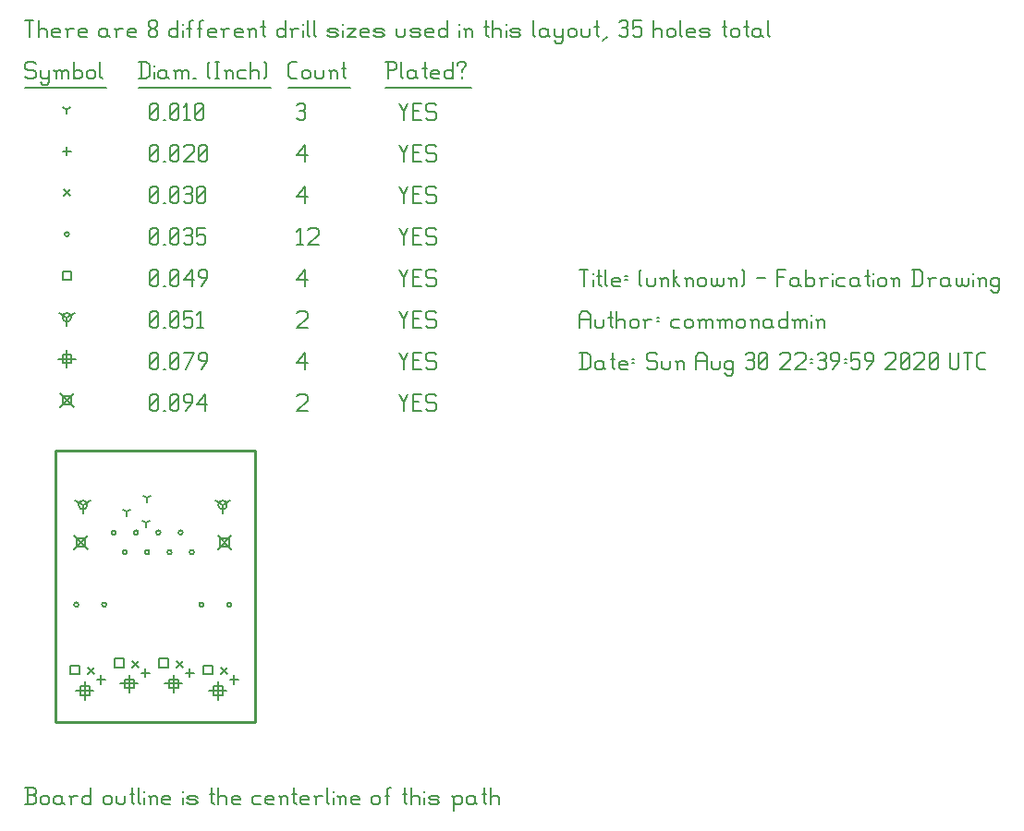
<source format=gbr>
G04 start of page 14 for group -3984 idx -3984 *
G04 Title: (unknown), fab *
G04 Creator: pcb 4.2.0 *
G04 CreationDate: Sun Aug 30 22:39:59 2020 UTC *
G04 For: commonadmin *
G04 Format: Gerber/RS-274X *
G04 PCB-Dimensions (mil): 1000.00 1250.00 *
G04 PCB-Coordinate-Origin: lower left *
%MOIN*%
%FSLAX25Y25*%
%LNFAB*%
%ADD108C,0.0100*%
%ADD107C,0.0075*%
%ADD106C,0.0060*%
%ADD105C,0.0080*%
G54D105*X17600Y87400D02*X22400Y82600D01*
X17600D02*X22400Y87400D01*
X18400Y86600D02*X21600D01*
X18400D02*Y83400D01*
X21600D01*
Y86600D02*Y83400D01*
X69569Y87400D02*X74369Y82600D01*
X69569D02*X74369Y87400D01*
X70369Y86600D02*X73569D01*
X70369D02*Y83400D01*
X73569D01*
Y86600D02*Y83400D01*
X12600Y138650D02*X17400Y133850D01*
X12600D02*X17400Y138650D01*
X13400Y137850D02*X16600D01*
X13400D02*Y134650D01*
X16600D01*
Y137850D02*Y134650D01*
G54D106*X135000Y138500D02*X136500Y135500D01*
X138000Y138500D01*
X136500Y135500D02*Y132500D01*
X139800Y135800D02*X142050D01*
X139800Y132500D02*X142800D01*
X139800Y138500D02*Y132500D01*
Y138500D02*X142800D01*
X147600D02*X148350Y137750D01*
X145350Y138500D02*X147600D01*
X144600Y137750D02*X145350Y138500D01*
X144600Y137750D02*Y136250D01*
X145350Y135500D01*
X147600D01*
X148350Y134750D01*
Y133250D01*
X147600Y132500D02*X148350Y133250D01*
X145350Y132500D02*X147600D01*
X144600Y133250D02*X145350Y132500D01*
X98000Y137750D02*X98750Y138500D01*
X101000D01*
X101750Y137750D01*
Y136250D01*
X98000Y132500D02*X101750Y136250D01*
X98000Y132500D02*X101750D01*
X45000Y133250D02*X45750Y132500D01*
X45000Y137750D02*Y133250D01*
Y137750D02*X45750Y138500D01*
X47250D01*
X48000Y137750D01*
Y133250D01*
X47250Y132500D02*X48000Y133250D01*
X45750Y132500D02*X47250D01*
X45000Y134000D02*X48000Y137000D01*
X49800Y132500D02*X50550D01*
X52350Y133250D02*X53100Y132500D01*
X52350Y137750D02*Y133250D01*
Y137750D02*X53100Y138500D01*
X54600D01*
X55350Y137750D01*
Y133250D01*
X54600Y132500D02*X55350Y133250D01*
X53100Y132500D02*X54600D01*
X52350Y134000D02*X55350Y137000D01*
X57900Y132500D02*X60150Y135500D01*
Y137750D02*Y135500D01*
X59400Y138500D02*X60150Y137750D01*
X57900Y138500D02*X59400D01*
X57150Y137750D02*X57900Y138500D01*
X57150Y137750D02*Y136250D01*
X57900Y135500D01*
X60150D01*
X61950Y134750D02*X64950Y138500D01*
X61950Y134750D02*X65700D01*
X64950Y138500D02*Y132500D01*
X53469Y37200D02*Y30800D01*
X50269Y34000D02*X56669D01*
X51869Y35600D02*X55069D01*
X51869D02*Y32400D01*
X55069D01*
Y35600D02*Y32400D01*
X69469Y34700D02*Y28300D01*
X66269Y31500D02*X72669D01*
X67869Y33100D02*X71069D01*
X67869D02*Y29900D01*
X71069D01*
Y33100D02*Y29900D01*
X37469Y37200D02*Y30800D01*
X34269Y34000D02*X40669D01*
X35869Y35600D02*X39069D01*
X35869D02*Y32400D01*
X39069D01*
Y35600D02*Y32400D01*
X21469Y34700D02*Y28300D01*
X18269Y31500D02*X24669D01*
X19869Y33100D02*X23069D01*
X19869D02*Y29900D01*
X23069D01*
Y33100D02*Y29900D01*
X15000Y154450D02*Y148050D01*
X11800Y151250D02*X18200D01*
X13400Y152850D02*X16600D01*
X13400D02*Y149650D01*
X16600D01*
Y152850D02*Y149650D01*
X135000Y153500D02*X136500Y150500D01*
X138000Y153500D01*
X136500Y150500D02*Y147500D01*
X139800Y150800D02*X142050D01*
X139800Y147500D02*X142800D01*
X139800Y153500D02*Y147500D01*
Y153500D02*X142800D01*
X147600D02*X148350Y152750D01*
X145350Y153500D02*X147600D01*
X144600Y152750D02*X145350Y153500D01*
X144600Y152750D02*Y151250D01*
X145350Y150500D01*
X147600D01*
X148350Y149750D01*
Y148250D01*
X147600Y147500D02*X148350Y148250D01*
X145350Y147500D02*X147600D01*
X144600Y148250D02*X145350Y147500D01*
X98000Y149750D02*X101000Y153500D01*
X98000Y149750D02*X101750D01*
X101000Y153500D02*Y147500D01*
X45000Y148250D02*X45750Y147500D01*
X45000Y152750D02*Y148250D01*
Y152750D02*X45750Y153500D01*
X47250D01*
X48000Y152750D01*
Y148250D01*
X47250Y147500D02*X48000Y148250D01*
X45750Y147500D02*X47250D01*
X45000Y149000D02*X48000Y152000D01*
X49800Y147500D02*X50550D01*
X52350Y148250D02*X53100Y147500D01*
X52350Y152750D02*Y148250D01*
Y152750D02*X53100Y153500D01*
X54600D01*
X55350Y152750D01*
Y148250D01*
X54600Y147500D02*X55350Y148250D01*
X53100Y147500D02*X54600D01*
X52350Y149000D02*X55350Y152000D01*
X57900Y147500D02*X60900Y153500D01*
X57150D02*X60900D01*
X63450Y147500D02*X65700Y150500D01*
Y152750D02*Y150500D01*
X64950Y153500D02*X65700Y152750D01*
X63450Y153500D02*X64950D01*
X62700Y152750D02*X63450Y153500D01*
X62700Y152750D02*Y151250D01*
X63450Y150500D01*
X65700D01*
X71181Y98504D02*Y95304D01*
Y98504D02*X73954Y100104D01*
X71181Y98504D02*X68408Y100104D01*
X69581Y98504D02*G75*G03X72781Y98504I1600J0D01*G01*
G75*G03X69581Y98504I-1600J0D01*G01*
X20787D02*Y95304D01*
Y98504D02*X23561Y100104D01*
X20787Y98504D02*X18014Y100104D01*
X19187Y98504D02*G75*G03X22387Y98504I1600J0D01*G01*
G75*G03X19187Y98504I-1600J0D01*G01*
X15000Y166250D02*Y163050D01*
Y166250D02*X17773Y167850D01*
X15000Y166250D02*X12227Y167850D01*
X13400Y166250D02*G75*G03X16600Y166250I1600J0D01*G01*
G75*G03X13400Y166250I-1600J0D01*G01*
X135000Y168500D02*X136500Y165500D01*
X138000Y168500D01*
X136500Y165500D02*Y162500D01*
X139800Y165800D02*X142050D01*
X139800Y162500D02*X142800D01*
X139800Y168500D02*Y162500D01*
Y168500D02*X142800D01*
X147600D02*X148350Y167750D01*
X145350Y168500D02*X147600D01*
X144600Y167750D02*X145350Y168500D01*
X144600Y167750D02*Y166250D01*
X145350Y165500D01*
X147600D01*
X148350Y164750D01*
Y163250D01*
X147600Y162500D02*X148350Y163250D01*
X145350Y162500D02*X147600D01*
X144600Y163250D02*X145350Y162500D01*
X98000Y167750D02*X98750Y168500D01*
X101000D01*
X101750Y167750D01*
Y166250D01*
X98000Y162500D02*X101750Y166250D01*
X98000Y162500D02*X101750D01*
X45000Y163250D02*X45750Y162500D01*
X45000Y167750D02*Y163250D01*
Y167750D02*X45750Y168500D01*
X47250D01*
X48000Y167750D01*
Y163250D01*
X47250Y162500D02*X48000Y163250D01*
X45750Y162500D02*X47250D01*
X45000Y164000D02*X48000Y167000D01*
X49800Y162500D02*X50550D01*
X52350Y163250D02*X53100Y162500D01*
X52350Y167750D02*Y163250D01*
Y167750D02*X53100Y168500D01*
X54600D01*
X55350Y167750D01*
Y163250D01*
X54600Y162500D02*X55350Y163250D01*
X53100Y162500D02*X54600D01*
X52350Y164000D02*X55350Y167000D01*
X57150Y168500D02*X60150D01*
X57150D02*Y165500D01*
X57900Y166250D01*
X59400D01*
X60150Y165500D01*
Y163250D01*
X59400Y162500D02*X60150Y163250D01*
X57900Y162500D02*X59400D01*
X57150Y163250D02*X57900Y162500D01*
X61950Y167300D02*X63150Y168500D01*
Y162500D01*
X61950D02*X64200D01*
X48325Y43080D02*X51525D01*
X48325D02*Y39880D01*
X51525D01*
Y43080D02*Y39880D01*
X64325Y40580D02*X67525D01*
X64325D02*Y37380D01*
X67525D01*
Y40580D02*Y37380D01*
X32325Y43080D02*X35525D01*
X32325D02*Y39880D01*
X35525D01*
Y43080D02*Y39880D01*
X16325Y40580D02*X19525D01*
X16325D02*Y37380D01*
X19525D01*
Y40580D02*Y37380D01*
X13400Y182850D02*X16600D01*
X13400D02*Y179650D01*
X16600D01*
Y182850D02*Y179650D01*
X135000Y183500D02*X136500Y180500D01*
X138000Y183500D01*
X136500Y180500D02*Y177500D01*
X139800Y180800D02*X142050D01*
X139800Y177500D02*X142800D01*
X139800Y183500D02*Y177500D01*
Y183500D02*X142800D01*
X147600D02*X148350Y182750D01*
X145350Y183500D02*X147600D01*
X144600Y182750D02*X145350Y183500D01*
X144600Y182750D02*Y181250D01*
X145350Y180500D01*
X147600D01*
X148350Y179750D01*
Y178250D01*
X147600Y177500D02*X148350Y178250D01*
X145350Y177500D02*X147600D01*
X144600Y178250D02*X145350Y177500D01*
X98000Y179750D02*X101000Y183500D01*
X98000Y179750D02*X101750D01*
X101000Y183500D02*Y177500D01*
X45000Y178250D02*X45750Y177500D01*
X45000Y182750D02*Y178250D01*
Y182750D02*X45750Y183500D01*
X47250D01*
X48000Y182750D01*
Y178250D01*
X47250Y177500D02*X48000Y178250D01*
X45750Y177500D02*X47250D01*
X45000Y179000D02*X48000Y182000D01*
X49800Y177500D02*X50550D01*
X52350Y178250D02*X53100Y177500D01*
X52350Y182750D02*Y178250D01*
Y182750D02*X53100Y183500D01*
X54600D01*
X55350Y182750D01*
Y178250D01*
X54600Y177500D02*X55350Y178250D01*
X53100Y177500D02*X54600D01*
X52350Y179000D02*X55350Y182000D01*
X57150Y179750D02*X60150Y183500D01*
X57150Y179750D02*X60900D01*
X60150Y183500D02*Y177500D01*
X63450D02*X65700Y180500D01*
Y182750D02*Y180500D01*
X64950Y183500D02*X65700Y182750D01*
X63450Y183500D02*X64950D01*
X62700Y182750D02*X63450Y183500D01*
X62700Y182750D02*Y181250D01*
X63450Y180500D01*
X65700D01*
X62704Y62520D02*G75*G03X64304Y62520I800J0D01*G01*
G75*G03X62704Y62520I-800J0D01*G01*
X72743D02*G75*G03X74343Y62520I800J0D01*G01*
G75*G03X72743Y62520I-800J0D01*G01*
X47192Y88543D02*G75*G03X48792Y88543I800J0D01*G01*
G75*G03X47192Y88543I-800J0D01*G01*
X55224D02*G75*G03X56824Y88543I800J0D01*G01*
G75*G03X55224Y88543I-800J0D01*G01*
X39161D02*G75*G03X40761Y88543I800J0D01*G01*
G75*G03X39161Y88543I-800J0D01*G01*
X31129D02*G75*G03X32729Y88543I800J0D01*G01*
G75*G03X31129Y88543I-800J0D01*G01*
X43176Y81457D02*G75*G03X44776Y81457I800J0D01*G01*
G75*G03X43176Y81457I-800J0D01*G01*
X35145D02*G75*G03X36745Y81457I800J0D01*G01*
G75*G03X35145Y81457I-800J0D01*G01*
X51208D02*G75*G03X52808Y81457I800J0D01*G01*
G75*G03X51208Y81457I-800J0D01*G01*
X59239D02*G75*G03X60839Y81457I800J0D01*G01*
G75*G03X59239Y81457I-800J0D01*G01*
X17625Y62520D02*G75*G03X19225Y62520I800J0D01*G01*
G75*G03X17625Y62520I-800J0D01*G01*
X27665D02*G75*G03X29265Y62520I800J0D01*G01*
G75*G03X27665Y62520I-800J0D01*G01*
X14200Y196250D02*G75*G03X15800Y196250I800J0D01*G01*
G75*G03X14200Y196250I-800J0D01*G01*
X135000Y198500D02*X136500Y195500D01*
X138000Y198500D01*
X136500Y195500D02*Y192500D01*
X139800Y195800D02*X142050D01*
X139800Y192500D02*X142800D01*
X139800Y198500D02*Y192500D01*
Y198500D02*X142800D01*
X147600D02*X148350Y197750D01*
X145350Y198500D02*X147600D01*
X144600Y197750D02*X145350Y198500D01*
X144600Y197750D02*Y196250D01*
X145350Y195500D01*
X147600D01*
X148350Y194750D01*
Y193250D01*
X147600Y192500D02*X148350Y193250D01*
X145350Y192500D02*X147600D01*
X144600Y193250D02*X145350Y192500D01*
X98000Y197300D02*X99200Y198500D01*
Y192500D01*
X98000D02*X100250D01*
X102050Y197750D02*X102800Y198500D01*
X105050D01*
X105800Y197750D01*
Y196250D01*
X102050Y192500D02*X105800Y196250D01*
X102050Y192500D02*X105800D01*
X45000Y193250D02*X45750Y192500D01*
X45000Y197750D02*Y193250D01*
Y197750D02*X45750Y198500D01*
X47250D01*
X48000Y197750D01*
Y193250D01*
X47250Y192500D02*X48000Y193250D01*
X45750Y192500D02*X47250D01*
X45000Y194000D02*X48000Y197000D01*
X49800Y192500D02*X50550D01*
X52350Y193250D02*X53100Y192500D01*
X52350Y197750D02*Y193250D01*
Y197750D02*X53100Y198500D01*
X54600D01*
X55350Y197750D01*
Y193250D01*
X54600Y192500D02*X55350Y193250D01*
X53100Y192500D02*X54600D01*
X52350Y194000D02*X55350Y197000D01*
X57150Y197750D02*X57900Y198500D01*
X59400D01*
X60150Y197750D01*
X59400Y192500D02*X60150Y193250D01*
X57900Y192500D02*X59400D01*
X57150Y193250D02*X57900Y192500D01*
Y195800D02*X59400D01*
X60150Y197750D02*Y196550D01*
Y195050D02*Y193250D01*
Y195050D02*X59400Y195800D01*
X60150Y196550D02*X59400Y195800D01*
X61950Y198500D02*X64950D01*
X61950D02*Y195500D01*
X62700Y196250D01*
X64200D01*
X64950Y195500D01*
Y193250D01*
X64200Y192500D02*X64950Y193250D01*
X62700Y192500D02*X64200D01*
X61950Y193250D02*X62700Y192500D01*
X54631Y42287D02*X57031Y39887D01*
X54631D02*X57031Y42287D01*
X70631Y39787D02*X73031Y37387D01*
X70631D02*X73031Y39787D01*
X38631Y42287D02*X41031Y39887D01*
X38631D02*X41031Y42287D01*
X22631Y39787D02*X25031Y37387D01*
X22631D02*X25031Y39787D01*
X13800Y212450D02*X16200Y210050D01*
X13800D02*X16200Y212450D01*
X135000Y213500D02*X136500Y210500D01*
X138000Y213500D01*
X136500Y210500D02*Y207500D01*
X139800Y210800D02*X142050D01*
X139800Y207500D02*X142800D01*
X139800Y213500D02*Y207500D01*
Y213500D02*X142800D01*
X147600D02*X148350Y212750D01*
X145350Y213500D02*X147600D01*
X144600Y212750D02*X145350Y213500D01*
X144600Y212750D02*Y211250D01*
X145350Y210500D01*
X147600D01*
X148350Y209750D01*
Y208250D01*
X147600Y207500D02*X148350Y208250D01*
X145350Y207500D02*X147600D01*
X144600Y208250D02*X145350Y207500D01*
X98000Y209750D02*X101000Y213500D01*
X98000Y209750D02*X101750D01*
X101000Y213500D02*Y207500D01*
X45000Y208250D02*X45750Y207500D01*
X45000Y212750D02*Y208250D01*
Y212750D02*X45750Y213500D01*
X47250D01*
X48000Y212750D01*
Y208250D01*
X47250Y207500D02*X48000Y208250D01*
X45750Y207500D02*X47250D01*
X45000Y209000D02*X48000Y212000D01*
X49800Y207500D02*X50550D01*
X52350Y208250D02*X53100Y207500D01*
X52350Y212750D02*Y208250D01*
Y212750D02*X53100Y213500D01*
X54600D01*
X55350Y212750D01*
Y208250D01*
X54600Y207500D02*X55350Y208250D01*
X53100Y207500D02*X54600D01*
X52350Y209000D02*X55350Y212000D01*
X57150Y212750D02*X57900Y213500D01*
X59400D01*
X60150Y212750D01*
X59400Y207500D02*X60150Y208250D01*
X57900Y207500D02*X59400D01*
X57150Y208250D02*X57900Y207500D01*
Y210800D02*X59400D01*
X60150Y212750D02*Y211550D01*
Y210050D02*Y208250D01*
Y210050D02*X59400Y210800D01*
X60150Y211550D02*X59400Y210800D01*
X61950Y208250D02*X62700Y207500D01*
X61950Y212750D02*Y208250D01*
Y212750D02*X62700Y213500D01*
X64200D01*
X64950Y212750D01*
Y208250D01*
X64200Y207500D02*X64950Y208250D01*
X62700Y207500D02*X64200D01*
X61950Y209000D02*X64950Y212000D01*
X59374Y39537D02*Y36337D01*
X57774Y37937D02*X60974D01*
X75374Y37037D02*Y33837D01*
X73774Y35437D02*X76974D01*
X43374Y39537D02*Y36337D01*
X41774Y37937D02*X44974D01*
X27374Y37037D02*Y33837D01*
X25774Y35437D02*X28974D01*
X15000Y227850D02*Y224650D01*
X13400Y226250D02*X16600D01*
X135000Y228500D02*X136500Y225500D01*
X138000Y228500D01*
X136500Y225500D02*Y222500D01*
X139800Y225800D02*X142050D01*
X139800Y222500D02*X142800D01*
X139800Y228500D02*Y222500D01*
Y228500D02*X142800D01*
X147600D02*X148350Y227750D01*
X145350Y228500D02*X147600D01*
X144600Y227750D02*X145350Y228500D01*
X144600Y227750D02*Y226250D01*
X145350Y225500D01*
X147600D01*
X148350Y224750D01*
Y223250D01*
X147600Y222500D02*X148350Y223250D01*
X145350Y222500D02*X147600D01*
X144600Y223250D02*X145350Y222500D01*
X98000Y224750D02*X101000Y228500D01*
X98000Y224750D02*X101750D01*
X101000Y228500D02*Y222500D01*
X45000Y223250D02*X45750Y222500D01*
X45000Y227750D02*Y223250D01*
Y227750D02*X45750Y228500D01*
X47250D01*
X48000Y227750D01*
Y223250D01*
X47250Y222500D02*X48000Y223250D01*
X45750Y222500D02*X47250D01*
X45000Y224000D02*X48000Y227000D01*
X49800Y222500D02*X50550D01*
X52350Y223250D02*X53100Y222500D01*
X52350Y227750D02*Y223250D01*
Y227750D02*X53100Y228500D01*
X54600D01*
X55350Y227750D01*
Y223250D01*
X54600Y222500D02*X55350Y223250D01*
X53100Y222500D02*X54600D01*
X52350Y224000D02*X55350Y227000D01*
X57150Y227750D02*X57900Y228500D01*
X60150D01*
X60900Y227750D01*
Y226250D01*
X57150Y222500D02*X60900Y226250D01*
X57150Y222500D02*X60900D01*
X62700Y223250D02*X63450Y222500D01*
X62700Y227750D02*Y223250D01*
Y227750D02*X63450Y228500D01*
X64950D01*
X65700Y227750D01*
Y223250D01*
X64950Y222500D02*X65700Y223250D01*
X63450Y222500D02*X64950D01*
X62700Y224000D02*X65700Y227000D01*
X43469Y92000D02*Y90400D01*
Y92000D02*X44855Y92800D01*
X43469Y92000D02*X42082Y92800D01*
X36469Y96000D02*Y94400D01*
Y96000D02*X37855Y96800D01*
X36469Y96000D02*X35082Y96800D01*
X43969Y101000D02*Y99400D01*
Y101000D02*X45355Y101800D01*
X43969Y101000D02*X42582Y101800D01*
X15000Y241250D02*Y239650D01*
Y241250D02*X16387Y242050D01*
X15000Y241250D02*X13613Y242050D01*
X135000Y243500D02*X136500Y240500D01*
X138000Y243500D01*
X136500Y240500D02*Y237500D01*
X139800Y240800D02*X142050D01*
X139800Y237500D02*X142800D01*
X139800Y243500D02*Y237500D01*
Y243500D02*X142800D01*
X147600D02*X148350Y242750D01*
X145350Y243500D02*X147600D01*
X144600Y242750D02*X145350Y243500D01*
X144600Y242750D02*Y241250D01*
X145350Y240500D01*
X147600D01*
X148350Y239750D01*
Y238250D01*
X147600Y237500D02*X148350Y238250D01*
X145350Y237500D02*X147600D01*
X144600Y238250D02*X145350Y237500D01*
X98000Y242750D02*X98750Y243500D01*
X100250D01*
X101000Y242750D01*
X100250Y237500D02*X101000Y238250D01*
X98750Y237500D02*X100250D01*
X98000Y238250D02*X98750Y237500D01*
Y240800D02*X100250D01*
X101000Y242750D02*Y241550D01*
Y240050D02*Y238250D01*
Y240050D02*X100250Y240800D01*
X101000Y241550D02*X100250Y240800D01*
X45000Y238250D02*X45750Y237500D01*
X45000Y242750D02*Y238250D01*
Y242750D02*X45750Y243500D01*
X47250D01*
X48000Y242750D01*
Y238250D01*
X47250Y237500D02*X48000Y238250D01*
X45750Y237500D02*X47250D01*
X45000Y239000D02*X48000Y242000D01*
X49800Y237500D02*X50550D01*
X52350Y238250D02*X53100Y237500D01*
X52350Y242750D02*Y238250D01*
Y242750D02*X53100Y243500D01*
X54600D01*
X55350Y242750D01*
Y238250D01*
X54600Y237500D02*X55350Y238250D01*
X53100Y237500D02*X54600D01*
X52350Y239000D02*X55350Y242000D01*
X57150Y242300D02*X58350Y243500D01*
Y237500D01*
X57150D02*X59400D01*
X61200Y238250D02*X61950Y237500D01*
X61200Y242750D02*Y238250D01*
Y242750D02*X61950Y243500D01*
X63450D01*
X64200Y242750D01*
Y238250D01*
X63450Y237500D02*X64200Y238250D01*
X61950Y237500D02*X63450D01*
X61200Y239000D02*X64200Y242000D01*
X3000Y258500D02*X3750Y257750D01*
X750Y258500D02*X3000D01*
X0Y257750D02*X750Y258500D01*
X0Y257750D02*Y256250D01*
X750Y255500D01*
X3000D01*
X3750Y254750D01*
Y253250D01*
X3000Y252500D02*X3750Y253250D01*
X750Y252500D02*X3000D01*
X0Y253250D02*X750Y252500D01*
X5550Y255500D02*Y253250D01*
X6300Y252500D01*
X8550Y255500D02*Y251000D01*
X7800Y250250D02*X8550Y251000D01*
X6300Y250250D02*X7800D01*
X5550Y251000D02*X6300Y250250D01*
Y252500D02*X7800D01*
X8550Y253250D01*
X11100Y254750D02*Y252500D01*
Y254750D02*X11850Y255500D01*
X12600D01*
X13350Y254750D01*
Y252500D01*
Y254750D02*X14100Y255500D01*
X14850D01*
X15600Y254750D01*
Y252500D01*
X10350Y255500D02*X11100Y254750D01*
X17400Y258500D02*Y252500D01*
Y253250D02*X18150Y252500D01*
X19650D01*
X20400Y253250D01*
Y254750D02*Y253250D01*
X19650Y255500D02*X20400Y254750D01*
X18150Y255500D02*X19650D01*
X17400Y254750D02*X18150Y255500D01*
X22200Y254750D02*Y253250D01*
Y254750D02*X22950Y255500D01*
X24450D01*
X25200Y254750D01*
Y253250D01*
X24450Y252500D02*X25200Y253250D01*
X22950Y252500D02*X24450D01*
X22200Y253250D02*X22950Y252500D01*
X27000Y258500D02*Y253250D01*
X27750Y252500D01*
X0Y249250D02*X29250D01*
X41750Y258500D02*Y252500D01*
X43700Y258500D02*X44750Y257450D01*
Y253550D01*
X43700Y252500D02*X44750Y253550D01*
X41000Y252500D02*X43700D01*
X41000Y258500D02*X43700D01*
G54D107*X46550Y257000D02*Y256850D01*
G54D106*Y254750D02*Y252500D01*
X50300Y255500D02*X51050Y254750D01*
X48800Y255500D02*X50300D01*
X48050Y254750D02*X48800Y255500D01*
X48050Y254750D02*Y253250D01*
X48800Y252500D01*
X51050Y255500D02*Y253250D01*
X51800Y252500D01*
X48800D02*X50300D01*
X51050Y253250D01*
X54350Y254750D02*Y252500D01*
Y254750D02*X55100Y255500D01*
X55850D01*
X56600Y254750D01*
Y252500D01*
Y254750D02*X57350Y255500D01*
X58100D01*
X58850Y254750D01*
Y252500D01*
X53600Y255500D02*X54350Y254750D01*
X60650Y252500D02*X61400D01*
X65900Y253250D02*X66650Y252500D01*
X65900Y257750D02*X66650Y258500D01*
X65900Y257750D02*Y253250D01*
X68450Y258500D02*X69950D01*
X69200D02*Y252500D01*
X68450D02*X69950D01*
X72500Y254750D02*Y252500D01*
Y254750D02*X73250Y255500D01*
X74000D01*
X74750Y254750D01*
Y252500D01*
X71750Y255500D02*X72500Y254750D01*
X77300Y255500D02*X79550D01*
X76550Y254750D02*X77300Y255500D01*
X76550Y254750D02*Y253250D01*
X77300Y252500D01*
X79550D01*
X81350Y258500D02*Y252500D01*
Y254750D02*X82100Y255500D01*
X83600D01*
X84350Y254750D01*
Y252500D01*
X86150Y258500D02*X86900Y257750D01*
Y253250D01*
X86150Y252500D02*X86900Y253250D01*
X41000Y249250D02*X88700D01*
X96050Y252500D02*X98000D01*
X95000Y253550D02*X96050Y252500D01*
X95000Y257450D02*Y253550D01*
Y257450D02*X96050Y258500D01*
X98000D01*
X99800Y254750D02*Y253250D01*
Y254750D02*X100550Y255500D01*
X102050D01*
X102800Y254750D01*
Y253250D01*
X102050Y252500D02*X102800Y253250D01*
X100550Y252500D02*X102050D01*
X99800Y253250D02*X100550Y252500D01*
X104600Y255500D02*Y253250D01*
X105350Y252500D01*
X106850D01*
X107600Y253250D01*
Y255500D02*Y253250D01*
X110150Y254750D02*Y252500D01*
Y254750D02*X110900Y255500D01*
X111650D01*
X112400Y254750D01*
Y252500D01*
X109400Y255500D02*X110150Y254750D01*
X114950Y258500D02*Y253250D01*
X115700Y252500D01*
X114200Y256250D02*X115700D01*
X95000Y249250D02*X117200D01*
X130750Y258500D02*Y252500D01*
X130000Y258500D02*X133000D01*
X133750Y257750D01*
Y256250D01*
X133000Y255500D02*X133750Y256250D01*
X130750Y255500D02*X133000D01*
X135550Y258500D02*Y253250D01*
X136300Y252500D01*
X140050Y255500D02*X140800Y254750D01*
X138550Y255500D02*X140050D01*
X137800Y254750D02*X138550Y255500D01*
X137800Y254750D02*Y253250D01*
X138550Y252500D01*
X140800Y255500D02*Y253250D01*
X141550Y252500D01*
X138550D02*X140050D01*
X140800Y253250D01*
X144100Y258500D02*Y253250D01*
X144850Y252500D01*
X143350Y256250D02*X144850D01*
X147100Y252500D02*X149350D01*
X146350Y253250D02*X147100Y252500D01*
X146350Y254750D02*Y253250D01*
Y254750D02*X147100Y255500D01*
X148600D01*
X149350Y254750D01*
X146350Y254000D02*X149350D01*
Y254750D02*Y254000D01*
X154150Y258500D02*Y252500D01*
X153400D02*X154150Y253250D01*
X151900Y252500D02*X153400D01*
X151150Y253250D02*X151900Y252500D01*
X151150Y254750D02*Y253250D01*
Y254750D02*X151900Y255500D01*
X153400D01*
X154150Y254750D01*
X157450Y255500D02*Y254750D01*
Y253250D02*Y252500D01*
X155950Y257750D02*Y257000D01*
Y257750D02*X156700Y258500D01*
X158200D01*
X158950Y257750D01*
Y257000D01*
X157450Y255500D02*X158950Y257000D01*
X130000Y249250D02*X160750D01*
X0Y273500D02*X3000D01*
X1500D02*Y267500D01*
X4800Y273500D02*Y267500D01*
Y269750D02*X5550Y270500D01*
X7050D01*
X7800Y269750D01*
Y267500D01*
X10350D02*X12600D01*
X9600Y268250D02*X10350Y267500D01*
X9600Y269750D02*Y268250D01*
Y269750D02*X10350Y270500D01*
X11850D01*
X12600Y269750D01*
X9600Y269000D02*X12600D01*
Y269750D02*Y269000D01*
X15150Y269750D02*Y267500D01*
Y269750D02*X15900Y270500D01*
X17400D01*
X14400D02*X15150Y269750D01*
X19950Y267500D02*X22200D01*
X19200Y268250D02*X19950Y267500D01*
X19200Y269750D02*Y268250D01*
Y269750D02*X19950Y270500D01*
X21450D01*
X22200Y269750D01*
X19200Y269000D02*X22200D01*
Y269750D02*Y269000D01*
X28950Y270500D02*X29700Y269750D01*
X27450Y270500D02*X28950D01*
X26700Y269750D02*X27450Y270500D01*
X26700Y269750D02*Y268250D01*
X27450Y267500D01*
X29700Y270500D02*Y268250D01*
X30450Y267500D01*
X27450D02*X28950D01*
X29700Y268250D01*
X33000Y269750D02*Y267500D01*
Y269750D02*X33750Y270500D01*
X35250D01*
X32250D02*X33000Y269750D01*
X37800Y267500D02*X40050D01*
X37050Y268250D02*X37800Y267500D01*
X37050Y269750D02*Y268250D01*
Y269750D02*X37800Y270500D01*
X39300D01*
X40050Y269750D01*
X37050Y269000D02*X40050D01*
Y269750D02*Y269000D01*
X44550Y268250D02*X45300Y267500D01*
X44550Y269450D02*Y268250D01*
Y269450D02*X45600Y270500D01*
X46500D01*
X47550Y269450D01*
Y268250D01*
X46800Y267500D02*X47550Y268250D01*
X45300Y267500D02*X46800D01*
X44550Y271550D02*X45600Y270500D01*
X44550Y272750D02*Y271550D01*
Y272750D02*X45300Y273500D01*
X46800D01*
X47550Y272750D01*
Y271550D01*
X46500Y270500D02*X47550Y271550D01*
X55050Y273500D02*Y267500D01*
X54300D02*X55050Y268250D01*
X52800Y267500D02*X54300D01*
X52050Y268250D02*X52800Y267500D01*
X52050Y269750D02*Y268250D01*
Y269750D02*X52800Y270500D01*
X54300D01*
X55050Y269750D01*
G54D107*X56850Y272000D02*Y271850D01*
G54D106*Y269750D02*Y267500D01*
X59100Y272750D02*Y267500D01*
Y272750D02*X59850Y273500D01*
X60600D01*
X58350Y270500D02*X59850D01*
X62850Y272750D02*Y267500D01*
Y272750D02*X63600Y273500D01*
X64350D01*
X62100Y270500D02*X63600D01*
X66600Y267500D02*X68850D01*
X65850Y268250D02*X66600Y267500D01*
X65850Y269750D02*Y268250D01*
Y269750D02*X66600Y270500D01*
X68100D01*
X68850Y269750D01*
X65850Y269000D02*X68850D01*
Y269750D02*Y269000D01*
X71400Y269750D02*Y267500D01*
Y269750D02*X72150Y270500D01*
X73650D01*
X70650D02*X71400Y269750D01*
X76200Y267500D02*X78450D01*
X75450Y268250D02*X76200Y267500D01*
X75450Y269750D02*Y268250D01*
Y269750D02*X76200Y270500D01*
X77700D01*
X78450Y269750D01*
X75450Y269000D02*X78450D01*
Y269750D02*Y269000D01*
X81000Y269750D02*Y267500D01*
Y269750D02*X81750Y270500D01*
X82500D01*
X83250Y269750D01*
Y267500D01*
X80250Y270500D02*X81000Y269750D01*
X85800Y273500D02*Y268250D01*
X86550Y267500D01*
X85050Y271250D02*X86550D01*
X93750Y273500D02*Y267500D01*
X93000D02*X93750Y268250D01*
X91500Y267500D02*X93000D01*
X90750Y268250D02*X91500Y267500D01*
X90750Y269750D02*Y268250D01*
Y269750D02*X91500Y270500D01*
X93000D01*
X93750Y269750D01*
X96300D02*Y267500D01*
Y269750D02*X97050Y270500D01*
X98550D01*
X95550D02*X96300Y269750D01*
G54D107*X100350Y272000D02*Y271850D01*
G54D106*Y269750D02*Y267500D01*
X101850Y273500D02*Y268250D01*
X102600Y267500D01*
X104100Y273500D02*Y268250D01*
X104850Y267500D01*
X109800D02*X112050D01*
X112800Y268250D01*
X112050Y269000D02*X112800Y268250D01*
X109800Y269000D02*X112050D01*
X109050Y269750D02*X109800Y269000D01*
X109050Y269750D02*X109800Y270500D01*
X112050D01*
X112800Y269750D01*
X109050Y268250D02*X109800Y267500D01*
G54D107*X114600Y272000D02*Y271850D01*
G54D106*Y269750D02*Y267500D01*
X116100Y270500D02*X119100D01*
X116100Y267500D02*X119100Y270500D01*
X116100Y267500D02*X119100D01*
X121650D02*X123900D01*
X120900Y268250D02*X121650Y267500D01*
X120900Y269750D02*Y268250D01*
Y269750D02*X121650Y270500D01*
X123150D01*
X123900Y269750D01*
X120900Y269000D02*X123900D01*
Y269750D02*Y269000D01*
X126450Y267500D02*X128700D01*
X129450Y268250D01*
X128700Y269000D02*X129450Y268250D01*
X126450Y269000D02*X128700D01*
X125700Y269750D02*X126450Y269000D01*
X125700Y269750D02*X126450Y270500D01*
X128700D01*
X129450Y269750D01*
X125700Y268250D02*X126450Y267500D01*
X133950Y270500D02*Y268250D01*
X134700Y267500D01*
X136200D01*
X136950Y268250D01*
Y270500D02*Y268250D01*
X139500Y267500D02*X141750D01*
X142500Y268250D01*
X141750Y269000D02*X142500Y268250D01*
X139500Y269000D02*X141750D01*
X138750Y269750D02*X139500Y269000D01*
X138750Y269750D02*X139500Y270500D01*
X141750D01*
X142500Y269750D01*
X138750Y268250D02*X139500Y267500D01*
X145050D02*X147300D01*
X144300Y268250D02*X145050Y267500D01*
X144300Y269750D02*Y268250D01*
Y269750D02*X145050Y270500D01*
X146550D01*
X147300Y269750D01*
X144300Y269000D02*X147300D01*
Y269750D02*Y269000D01*
X152100Y273500D02*Y267500D01*
X151350D02*X152100Y268250D01*
X149850Y267500D02*X151350D01*
X149100Y268250D02*X149850Y267500D01*
X149100Y269750D02*Y268250D01*
Y269750D02*X149850Y270500D01*
X151350D01*
X152100Y269750D01*
G54D107*X156600Y272000D02*Y271850D01*
G54D106*Y269750D02*Y267500D01*
X158850Y269750D02*Y267500D01*
Y269750D02*X159600Y270500D01*
X160350D01*
X161100Y269750D01*
Y267500D01*
X158100Y270500D02*X158850Y269750D01*
X166350Y273500D02*Y268250D01*
X167100Y267500D01*
X165600Y271250D02*X167100D01*
X168600Y273500D02*Y267500D01*
Y269750D02*X169350Y270500D01*
X170850D01*
X171600Y269750D01*
Y267500D01*
G54D107*X173400Y272000D02*Y271850D01*
G54D106*Y269750D02*Y267500D01*
X175650D02*X177900D01*
X178650Y268250D01*
X177900Y269000D02*X178650Y268250D01*
X175650Y269000D02*X177900D01*
X174900Y269750D02*X175650Y269000D01*
X174900Y269750D02*X175650Y270500D01*
X177900D01*
X178650Y269750D01*
X174900Y268250D02*X175650Y267500D01*
X183150Y273500D02*Y268250D01*
X183900Y267500D01*
X187650Y270500D02*X188400Y269750D01*
X186150Y270500D02*X187650D01*
X185400Y269750D02*X186150Y270500D01*
X185400Y269750D02*Y268250D01*
X186150Y267500D01*
X188400Y270500D02*Y268250D01*
X189150Y267500D01*
X186150D02*X187650D01*
X188400Y268250D01*
X190950Y270500D02*Y268250D01*
X191700Y267500D01*
X193950Y270500D02*Y266000D01*
X193200Y265250D02*X193950Y266000D01*
X191700Y265250D02*X193200D01*
X190950Y266000D02*X191700Y265250D01*
Y267500D02*X193200D01*
X193950Y268250D01*
X195750Y269750D02*Y268250D01*
Y269750D02*X196500Y270500D01*
X198000D01*
X198750Y269750D01*
Y268250D01*
X198000Y267500D02*X198750Y268250D01*
X196500Y267500D02*X198000D01*
X195750Y268250D02*X196500Y267500D01*
X200550Y270500D02*Y268250D01*
X201300Y267500D01*
X202800D01*
X203550Y268250D01*
Y270500D02*Y268250D01*
X206100Y273500D02*Y268250D01*
X206850Y267500D01*
X205350Y271250D02*X206850D01*
X208350Y266000D02*X209850Y267500D01*
X214350Y272750D02*X215100Y273500D01*
X216600D01*
X217350Y272750D01*
X216600Y267500D02*X217350Y268250D01*
X215100Y267500D02*X216600D01*
X214350Y268250D02*X215100Y267500D01*
Y270800D02*X216600D01*
X217350Y272750D02*Y271550D01*
Y270050D02*Y268250D01*
Y270050D02*X216600Y270800D01*
X217350Y271550D02*X216600Y270800D01*
X219150Y273500D02*X222150D01*
X219150D02*Y270500D01*
X219900Y271250D01*
X221400D01*
X222150Y270500D01*
Y268250D01*
X221400Y267500D02*X222150Y268250D01*
X219900Y267500D02*X221400D01*
X219150Y268250D02*X219900Y267500D01*
X226650Y273500D02*Y267500D01*
Y269750D02*X227400Y270500D01*
X228900D01*
X229650Y269750D01*
Y267500D01*
X231450Y269750D02*Y268250D01*
Y269750D02*X232200Y270500D01*
X233700D01*
X234450Y269750D01*
Y268250D01*
X233700Y267500D02*X234450Y268250D01*
X232200Y267500D02*X233700D01*
X231450Y268250D02*X232200Y267500D01*
X236250Y273500D02*Y268250D01*
X237000Y267500D01*
X239250D02*X241500D01*
X238500Y268250D02*X239250Y267500D01*
X238500Y269750D02*Y268250D01*
Y269750D02*X239250Y270500D01*
X240750D01*
X241500Y269750D01*
X238500Y269000D02*X241500D01*
Y269750D02*Y269000D01*
X244050Y267500D02*X246300D01*
X247050Y268250D01*
X246300Y269000D02*X247050Y268250D01*
X244050Y269000D02*X246300D01*
X243300Y269750D02*X244050Y269000D01*
X243300Y269750D02*X244050Y270500D01*
X246300D01*
X247050Y269750D01*
X243300Y268250D02*X244050Y267500D01*
X252300Y273500D02*Y268250D01*
X253050Y267500D01*
X251550Y271250D02*X253050D01*
X254550Y269750D02*Y268250D01*
Y269750D02*X255300Y270500D01*
X256800D01*
X257550Y269750D01*
Y268250D01*
X256800Y267500D02*X257550Y268250D01*
X255300Y267500D02*X256800D01*
X254550Y268250D02*X255300Y267500D01*
X260100Y273500D02*Y268250D01*
X260850Y267500D01*
X259350Y271250D02*X260850D01*
X264600Y270500D02*X265350Y269750D01*
X263100Y270500D02*X264600D01*
X262350Y269750D02*X263100Y270500D01*
X262350Y269750D02*Y268250D01*
X263100Y267500D01*
X265350Y270500D02*Y268250D01*
X266100Y267500D01*
X263100D02*X264600D01*
X265350Y268250D01*
X267900Y273500D02*Y268250D01*
X268650Y267500D01*
G54D108*X11000Y118000D02*Y20000D01*
X83000D01*
Y118000D01*
X11000D01*
G54D106*X0Y-9500D02*X3000D01*
X3750Y-8750D01*
Y-6950D02*Y-8750D01*
X3000Y-6200D02*X3750Y-6950D01*
X750Y-6200D02*X3000D01*
X750Y-3500D02*Y-9500D01*
X0Y-3500D02*X3000D01*
X3750Y-4250D01*
Y-5450D01*
X3000Y-6200D02*X3750Y-5450D01*
X5550Y-7250D02*Y-8750D01*
Y-7250D02*X6300Y-6500D01*
X7800D01*
X8550Y-7250D01*
Y-8750D01*
X7800Y-9500D02*X8550Y-8750D01*
X6300Y-9500D02*X7800D01*
X5550Y-8750D02*X6300Y-9500D01*
X12600Y-6500D02*X13350Y-7250D01*
X11100Y-6500D02*X12600D01*
X10350Y-7250D02*X11100Y-6500D01*
X10350Y-7250D02*Y-8750D01*
X11100Y-9500D01*
X13350Y-6500D02*Y-8750D01*
X14100Y-9500D01*
X11100D02*X12600D01*
X13350Y-8750D01*
X16650Y-7250D02*Y-9500D01*
Y-7250D02*X17400Y-6500D01*
X18900D01*
X15900D02*X16650Y-7250D01*
X23700Y-3500D02*Y-9500D01*
X22950D02*X23700Y-8750D01*
X21450Y-9500D02*X22950D01*
X20700Y-8750D02*X21450Y-9500D01*
X20700Y-7250D02*Y-8750D01*
Y-7250D02*X21450Y-6500D01*
X22950D01*
X23700Y-7250D01*
X28200D02*Y-8750D01*
Y-7250D02*X28950Y-6500D01*
X30450D01*
X31200Y-7250D01*
Y-8750D01*
X30450Y-9500D02*X31200Y-8750D01*
X28950Y-9500D02*X30450D01*
X28200Y-8750D02*X28950Y-9500D01*
X33000Y-6500D02*Y-8750D01*
X33750Y-9500D01*
X35250D01*
X36000Y-8750D01*
Y-6500D02*Y-8750D01*
X38550Y-3500D02*Y-8750D01*
X39300Y-9500D01*
X37800Y-5750D02*X39300D01*
X40800Y-3500D02*Y-8750D01*
X41550Y-9500D01*
G54D107*X43050Y-5000D02*Y-5150D01*
G54D106*Y-7250D02*Y-9500D01*
X45300Y-7250D02*Y-9500D01*
Y-7250D02*X46050Y-6500D01*
X46800D01*
X47550Y-7250D01*
Y-9500D01*
X44550Y-6500D02*X45300Y-7250D01*
X50100Y-9500D02*X52350D01*
X49350Y-8750D02*X50100Y-9500D01*
X49350Y-7250D02*Y-8750D01*
Y-7250D02*X50100Y-6500D01*
X51600D01*
X52350Y-7250D01*
X49350Y-8000D02*X52350D01*
Y-7250D02*Y-8000D01*
G54D107*X56850Y-5000D02*Y-5150D01*
G54D106*Y-7250D02*Y-9500D01*
X59100D02*X61350D01*
X62100Y-8750D01*
X61350Y-8000D02*X62100Y-8750D01*
X59100Y-8000D02*X61350D01*
X58350Y-7250D02*X59100Y-8000D01*
X58350Y-7250D02*X59100Y-6500D01*
X61350D01*
X62100Y-7250D01*
X58350Y-8750D02*X59100Y-9500D01*
X67350Y-3500D02*Y-8750D01*
X68100Y-9500D01*
X66600Y-5750D02*X68100D01*
X69600Y-3500D02*Y-9500D01*
Y-7250D02*X70350Y-6500D01*
X71850D01*
X72600Y-7250D01*
Y-9500D01*
X75150D02*X77400D01*
X74400Y-8750D02*X75150Y-9500D01*
X74400Y-7250D02*Y-8750D01*
Y-7250D02*X75150Y-6500D01*
X76650D01*
X77400Y-7250D01*
X74400Y-8000D02*X77400D01*
Y-7250D02*Y-8000D01*
X82650Y-6500D02*X84900D01*
X81900Y-7250D02*X82650Y-6500D01*
X81900Y-7250D02*Y-8750D01*
X82650Y-9500D01*
X84900D01*
X87450D02*X89700D01*
X86700Y-8750D02*X87450Y-9500D01*
X86700Y-7250D02*Y-8750D01*
Y-7250D02*X87450Y-6500D01*
X88950D01*
X89700Y-7250D01*
X86700Y-8000D02*X89700D01*
Y-7250D02*Y-8000D01*
X92250Y-7250D02*Y-9500D01*
Y-7250D02*X93000Y-6500D01*
X93750D01*
X94500Y-7250D01*
Y-9500D01*
X91500Y-6500D02*X92250Y-7250D01*
X97050Y-3500D02*Y-8750D01*
X97800Y-9500D01*
X96300Y-5750D02*X97800D01*
X100050Y-9500D02*X102300D01*
X99300Y-8750D02*X100050Y-9500D01*
X99300Y-7250D02*Y-8750D01*
Y-7250D02*X100050Y-6500D01*
X101550D01*
X102300Y-7250D01*
X99300Y-8000D02*X102300D01*
Y-7250D02*Y-8000D01*
X104850Y-7250D02*Y-9500D01*
Y-7250D02*X105600Y-6500D01*
X107100D01*
X104100D02*X104850Y-7250D01*
X108900Y-3500D02*Y-8750D01*
X109650Y-9500D01*
G54D107*X111150Y-5000D02*Y-5150D01*
G54D106*Y-7250D02*Y-9500D01*
X113400Y-7250D02*Y-9500D01*
Y-7250D02*X114150Y-6500D01*
X114900D01*
X115650Y-7250D01*
Y-9500D01*
X112650Y-6500D02*X113400Y-7250D01*
X118200Y-9500D02*X120450D01*
X117450Y-8750D02*X118200Y-9500D01*
X117450Y-7250D02*Y-8750D01*
Y-7250D02*X118200Y-6500D01*
X119700D01*
X120450Y-7250D01*
X117450Y-8000D02*X120450D01*
Y-7250D02*Y-8000D01*
X124950Y-7250D02*Y-8750D01*
Y-7250D02*X125700Y-6500D01*
X127200D01*
X127950Y-7250D01*
Y-8750D01*
X127200Y-9500D02*X127950Y-8750D01*
X125700Y-9500D02*X127200D01*
X124950Y-8750D02*X125700Y-9500D01*
X130500Y-4250D02*Y-9500D01*
Y-4250D02*X131250Y-3500D01*
X132000D01*
X129750Y-6500D02*X131250D01*
X136950Y-3500D02*Y-8750D01*
X137700Y-9500D01*
X136200Y-5750D02*X137700D01*
X139200Y-3500D02*Y-9500D01*
Y-7250D02*X139950Y-6500D01*
X141450D01*
X142200Y-7250D01*
Y-9500D01*
G54D107*X144000Y-5000D02*Y-5150D01*
G54D106*Y-7250D02*Y-9500D01*
X146250D02*X148500D01*
X149250Y-8750D01*
X148500Y-8000D02*X149250Y-8750D01*
X146250Y-8000D02*X148500D01*
X145500Y-7250D02*X146250Y-8000D01*
X145500Y-7250D02*X146250Y-6500D01*
X148500D01*
X149250Y-7250D01*
X145500Y-8750D02*X146250Y-9500D01*
X154500Y-7250D02*Y-11750D01*
X153750Y-6500D02*X154500Y-7250D01*
X155250Y-6500D01*
X156750D01*
X157500Y-7250D01*
Y-8750D01*
X156750Y-9500D02*X157500Y-8750D01*
X155250Y-9500D02*X156750D01*
X154500Y-8750D02*X155250Y-9500D01*
X161550Y-6500D02*X162300Y-7250D01*
X160050Y-6500D02*X161550D01*
X159300Y-7250D02*X160050Y-6500D01*
X159300Y-7250D02*Y-8750D01*
X160050Y-9500D01*
X162300Y-6500D02*Y-8750D01*
X163050Y-9500D01*
X160050D02*X161550D01*
X162300Y-8750D01*
X165600Y-3500D02*Y-8750D01*
X166350Y-9500D01*
X164850Y-5750D02*X166350D01*
X167850Y-3500D02*Y-9500D01*
Y-7250D02*X168600Y-6500D01*
X170100D01*
X170850Y-7250D01*
Y-9500D01*
X200750Y153500D02*Y147500D01*
X202700Y153500D02*X203750Y152450D01*
Y148550D01*
X202700Y147500D02*X203750Y148550D01*
X200000Y147500D02*X202700D01*
X200000Y153500D02*X202700D01*
X207800Y150500D02*X208550Y149750D01*
X206300Y150500D02*X207800D01*
X205550Y149750D02*X206300Y150500D01*
X205550Y149750D02*Y148250D01*
X206300Y147500D01*
X208550Y150500D02*Y148250D01*
X209300Y147500D01*
X206300D02*X207800D01*
X208550Y148250D01*
X211850Y153500D02*Y148250D01*
X212600Y147500D01*
X211100Y151250D02*X212600D01*
X214850Y147500D02*X217100D01*
X214100Y148250D02*X214850Y147500D01*
X214100Y149750D02*Y148250D01*
Y149750D02*X214850Y150500D01*
X216350D01*
X217100Y149750D01*
X214100Y149000D02*X217100D01*
Y149750D02*Y149000D01*
X218900Y151250D02*X219650D01*
X218900Y149750D02*X219650D01*
X227150Y153500D02*X227900Y152750D01*
X224900Y153500D02*X227150D01*
X224150Y152750D02*X224900Y153500D01*
X224150Y152750D02*Y151250D01*
X224900Y150500D01*
X227150D01*
X227900Y149750D01*
Y148250D01*
X227150Y147500D02*X227900Y148250D01*
X224900Y147500D02*X227150D01*
X224150Y148250D02*X224900Y147500D01*
X229700Y150500D02*Y148250D01*
X230450Y147500D01*
X231950D01*
X232700Y148250D01*
Y150500D02*Y148250D01*
X235250Y149750D02*Y147500D01*
Y149750D02*X236000Y150500D01*
X236750D01*
X237500Y149750D01*
Y147500D01*
X234500Y150500D02*X235250Y149750D01*
X242000Y152000D02*Y147500D01*
Y152000D02*X243050Y153500D01*
X244700D01*
X245750Y152000D01*
Y147500D01*
X242000Y150500D02*X245750D01*
X247550D02*Y148250D01*
X248300Y147500D01*
X249800D01*
X250550Y148250D01*
Y150500D02*Y148250D01*
X254600Y150500D02*X255350Y149750D01*
X253100Y150500D02*X254600D01*
X252350Y149750D02*X253100Y150500D01*
X252350Y149750D02*Y148250D01*
X253100Y147500D01*
X254600D01*
X255350Y148250D01*
X252350Y146000D02*X253100Y145250D01*
X254600D01*
X255350Y146000D01*
Y150500D02*Y146000D01*
X259850Y152750D02*X260600Y153500D01*
X262100D01*
X262850Y152750D01*
X262100Y147500D02*X262850Y148250D01*
X260600Y147500D02*X262100D01*
X259850Y148250D02*X260600Y147500D01*
Y150800D02*X262100D01*
X262850Y152750D02*Y151550D01*
Y150050D02*Y148250D01*
Y150050D02*X262100Y150800D01*
X262850Y151550D02*X262100Y150800D01*
X264650Y148250D02*X265400Y147500D01*
X264650Y152750D02*Y148250D01*
Y152750D02*X265400Y153500D01*
X266900D01*
X267650Y152750D01*
Y148250D01*
X266900Y147500D02*X267650Y148250D01*
X265400Y147500D02*X266900D01*
X264650Y149000D02*X267650Y152000D01*
X272150Y152750D02*X272900Y153500D01*
X275150D01*
X275900Y152750D01*
Y151250D01*
X272150Y147500D02*X275900Y151250D01*
X272150Y147500D02*X275900D01*
X277700Y152750D02*X278450Y153500D01*
X280700D01*
X281450Y152750D01*
Y151250D01*
X277700Y147500D02*X281450Y151250D01*
X277700Y147500D02*X281450D01*
X283250Y151250D02*X284000D01*
X283250Y149750D02*X284000D01*
X285800Y152750D02*X286550Y153500D01*
X288050D01*
X288800Y152750D01*
X288050Y147500D02*X288800Y148250D01*
X286550Y147500D02*X288050D01*
X285800Y148250D02*X286550Y147500D01*
Y150800D02*X288050D01*
X288800Y152750D02*Y151550D01*
Y150050D02*Y148250D01*
Y150050D02*X288050Y150800D01*
X288800Y151550D02*X288050Y150800D01*
X291350Y147500D02*X293600Y150500D01*
Y152750D02*Y150500D01*
X292850Y153500D02*X293600Y152750D01*
X291350Y153500D02*X292850D01*
X290600Y152750D02*X291350Y153500D01*
X290600Y152750D02*Y151250D01*
X291350Y150500D01*
X293600D01*
X295400Y151250D02*X296150D01*
X295400Y149750D02*X296150D01*
X297950Y153500D02*X300950D01*
X297950D02*Y150500D01*
X298700Y151250D01*
X300200D01*
X300950Y150500D01*
Y148250D01*
X300200Y147500D02*X300950Y148250D01*
X298700Y147500D02*X300200D01*
X297950Y148250D02*X298700Y147500D01*
X303500D02*X305750Y150500D01*
Y152750D02*Y150500D01*
X305000Y153500D02*X305750Y152750D01*
X303500Y153500D02*X305000D01*
X302750Y152750D02*X303500Y153500D01*
X302750Y152750D02*Y151250D01*
X303500Y150500D01*
X305750D01*
X310250Y152750D02*X311000Y153500D01*
X313250D01*
X314000Y152750D01*
Y151250D01*
X310250Y147500D02*X314000Y151250D01*
X310250Y147500D02*X314000D01*
X315800Y148250D02*X316550Y147500D01*
X315800Y152750D02*Y148250D01*
Y152750D02*X316550Y153500D01*
X318050D01*
X318800Y152750D01*
Y148250D01*
X318050Y147500D02*X318800Y148250D01*
X316550Y147500D02*X318050D01*
X315800Y149000D02*X318800Y152000D01*
X320600Y152750D02*X321350Y153500D01*
X323600D01*
X324350Y152750D01*
Y151250D01*
X320600Y147500D02*X324350Y151250D01*
X320600Y147500D02*X324350D01*
X326150Y148250D02*X326900Y147500D01*
X326150Y152750D02*Y148250D01*
Y152750D02*X326900Y153500D01*
X328400D01*
X329150Y152750D01*
Y148250D01*
X328400Y147500D02*X329150Y148250D01*
X326900Y147500D02*X328400D01*
X326150Y149000D02*X329150Y152000D01*
X333650Y153500D02*Y148250D01*
X334400Y147500D01*
X335900D01*
X336650Y148250D01*
Y153500D02*Y148250D01*
X338450Y153500D02*X341450D01*
X339950D02*Y147500D01*
X344300D02*X346250D01*
X343250Y148550D02*X344300Y147500D01*
X343250Y152450D02*Y148550D01*
Y152450D02*X344300Y153500D01*
X346250D01*
X200000Y167000D02*Y162500D01*
Y167000D02*X201050Y168500D01*
X202700D01*
X203750Y167000D01*
Y162500D01*
X200000Y165500D02*X203750D01*
X205550D02*Y163250D01*
X206300Y162500D01*
X207800D01*
X208550Y163250D01*
Y165500D02*Y163250D01*
X211100Y168500D02*Y163250D01*
X211850Y162500D01*
X210350Y166250D02*X211850D01*
X213350Y168500D02*Y162500D01*
Y164750D02*X214100Y165500D01*
X215600D01*
X216350Y164750D01*
Y162500D01*
X218150Y164750D02*Y163250D01*
Y164750D02*X218900Y165500D01*
X220400D01*
X221150Y164750D01*
Y163250D01*
X220400Y162500D02*X221150Y163250D01*
X218900Y162500D02*X220400D01*
X218150Y163250D02*X218900Y162500D01*
X223700Y164750D02*Y162500D01*
Y164750D02*X224450Y165500D01*
X225950D01*
X222950D02*X223700Y164750D01*
X227750Y166250D02*X228500D01*
X227750Y164750D02*X228500D01*
X233750Y165500D02*X236000D01*
X233000Y164750D02*X233750Y165500D01*
X233000Y164750D02*Y163250D01*
X233750Y162500D01*
X236000D01*
X237800Y164750D02*Y163250D01*
Y164750D02*X238550Y165500D01*
X240050D01*
X240800Y164750D01*
Y163250D01*
X240050Y162500D02*X240800Y163250D01*
X238550Y162500D02*X240050D01*
X237800Y163250D02*X238550Y162500D01*
X243350Y164750D02*Y162500D01*
Y164750D02*X244100Y165500D01*
X244850D01*
X245600Y164750D01*
Y162500D01*
Y164750D02*X246350Y165500D01*
X247100D01*
X247850Y164750D01*
Y162500D01*
X242600Y165500D02*X243350Y164750D01*
X250400D02*Y162500D01*
Y164750D02*X251150Y165500D01*
X251900D01*
X252650Y164750D01*
Y162500D01*
Y164750D02*X253400Y165500D01*
X254150D01*
X254900Y164750D01*
Y162500D01*
X249650Y165500D02*X250400Y164750D01*
X256700D02*Y163250D01*
Y164750D02*X257450Y165500D01*
X258950D01*
X259700Y164750D01*
Y163250D01*
X258950Y162500D02*X259700Y163250D01*
X257450Y162500D02*X258950D01*
X256700Y163250D02*X257450Y162500D01*
X262250Y164750D02*Y162500D01*
Y164750D02*X263000Y165500D01*
X263750D01*
X264500Y164750D01*
Y162500D01*
X261500Y165500D02*X262250Y164750D01*
X268550Y165500D02*X269300Y164750D01*
X267050Y165500D02*X268550D01*
X266300Y164750D02*X267050Y165500D01*
X266300Y164750D02*Y163250D01*
X267050Y162500D01*
X269300Y165500D02*Y163250D01*
X270050Y162500D01*
X267050D02*X268550D01*
X269300Y163250D01*
X274850Y168500D02*Y162500D01*
X274100D02*X274850Y163250D01*
X272600Y162500D02*X274100D01*
X271850Y163250D02*X272600Y162500D01*
X271850Y164750D02*Y163250D01*
Y164750D02*X272600Y165500D01*
X274100D01*
X274850Y164750D01*
X277400D02*Y162500D01*
Y164750D02*X278150Y165500D01*
X278900D01*
X279650Y164750D01*
Y162500D01*
Y164750D02*X280400Y165500D01*
X281150D01*
X281900Y164750D01*
Y162500D01*
X276650Y165500D02*X277400Y164750D01*
G54D107*X283700Y167000D02*Y166850D01*
G54D106*Y164750D02*Y162500D01*
X285950Y164750D02*Y162500D01*
Y164750D02*X286700Y165500D01*
X287450D01*
X288200Y164750D01*
Y162500D01*
X285200Y165500D02*X285950Y164750D01*
X200000Y183500D02*X203000D01*
X201500D02*Y177500D01*
G54D107*X204800Y182000D02*Y181850D01*
G54D106*Y179750D02*Y177500D01*
X207050Y183500D02*Y178250D01*
X207800Y177500D01*
X206300Y181250D02*X207800D01*
X209300Y183500D02*Y178250D01*
X210050Y177500D01*
X212300D02*X214550D01*
X211550Y178250D02*X212300Y177500D01*
X211550Y179750D02*Y178250D01*
Y179750D02*X212300Y180500D01*
X213800D01*
X214550Y179750D01*
X211550Y179000D02*X214550D01*
Y179750D02*Y179000D01*
X216350Y181250D02*X217100D01*
X216350Y179750D02*X217100D01*
X221600Y178250D02*X222350Y177500D01*
X221600Y182750D02*X222350Y183500D01*
X221600Y182750D02*Y178250D01*
X224150Y180500D02*Y178250D01*
X224900Y177500D01*
X226400D01*
X227150Y178250D01*
Y180500D02*Y178250D01*
X229700Y179750D02*Y177500D01*
Y179750D02*X230450Y180500D01*
X231200D01*
X231950Y179750D01*
Y177500D01*
X228950Y180500D02*X229700Y179750D01*
X233750Y183500D02*Y177500D01*
Y179750D02*X236000Y177500D01*
X233750Y179750D02*X235250Y181250D01*
X238550Y179750D02*Y177500D01*
Y179750D02*X239300Y180500D01*
X240050D01*
X240800Y179750D01*
Y177500D01*
X237800Y180500D02*X238550Y179750D01*
X242600D02*Y178250D01*
Y179750D02*X243350Y180500D01*
X244850D01*
X245600Y179750D01*
Y178250D01*
X244850Y177500D02*X245600Y178250D01*
X243350Y177500D02*X244850D01*
X242600Y178250D02*X243350Y177500D01*
X247400Y180500D02*Y178250D01*
X248150Y177500D01*
X248900D01*
X249650Y178250D01*
Y180500D02*Y178250D01*
X250400Y177500D01*
X251150D01*
X251900Y178250D01*
Y180500D02*Y178250D01*
X254450Y179750D02*Y177500D01*
Y179750D02*X255200Y180500D01*
X255950D01*
X256700Y179750D01*
Y177500D01*
X253700Y180500D02*X254450Y179750D01*
X258500Y183500D02*X259250Y182750D01*
Y178250D01*
X258500Y177500D02*X259250Y178250D01*
X263750Y180500D02*X266750D01*
X271250Y183500D02*Y177500D01*
Y183500D02*X274250D01*
X271250Y180800D02*X273500D01*
X278300Y180500D02*X279050Y179750D01*
X276800Y180500D02*X278300D01*
X276050Y179750D02*X276800Y180500D01*
X276050Y179750D02*Y178250D01*
X276800Y177500D01*
X279050Y180500D02*Y178250D01*
X279800Y177500D01*
X276800D02*X278300D01*
X279050Y178250D01*
X281600Y183500D02*Y177500D01*
Y178250D02*X282350Y177500D01*
X283850D01*
X284600Y178250D01*
Y179750D02*Y178250D01*
X283850Y180500D02*X284600Y179750D01*
X282350Y180500D02*X283850D01*
X281600Y179750D02*X282350Y180500D01*
X287150Y179750D02*Y177500D01*
Y179750D02*X287900Y180500D01*
X289400D01*
X286400D02*X287150Y179750D01*
G54D107*X291200Y182000D02*Y181850D01*
G54D106*Y179750D02*Y177500D01*
X293450Y180500D02*X295700D01*
X292700Y179750D02*X293450Y180500D01*
X292700Y179750D02*Y178250D01*
X293450Y177500D01*
X295700D01*
X299750Y180500D02*X300500Y179750D01*
X298250Y180500D02*X299750D01*
X297500Y179750D02*X298250Y180500D01*
X297500Y179750D02*Y178250D01*
X298250Y177500D01*
X300500Y180500D02*Y178250D01*
X301250Y177500D01*
X298250D02*X299750D01*
X300500Y178250D01*
X303800Y183500D02*Y178250D01*
X304550Y177500D01*
X303050Y181250D02*X304550D01*
G54D107*X306050Y182000D02*Y181850D01*
G54D106*Y179750D02*Y177500D01*
X307550Y179750D02*Y178250D01*
Y179750D02*X308300Y180500D01*
X309800D01*
X310550Y179750D01*
Y178250D01*
X309800Y177500D02*X310550Y178250D01*
X308300Y177500D02*X309800D01*
X307550Y178250D02*X308300Y177500D01*
X313100Y179750D02*Y177500D01*
Y179750D02*X313850Y180500D01*
X314600D01*
X315350Y179750D01*
Y177500D01*
X312350Y180500D02*X313100Y179750D01*
X320600Y183500D02*Y177500D01*
X322550Y183500D02*X323600Y182450D01*
Y178550D01*
X322550Y177500D02*X323600Y178550D01*
X319850Y177500D02*X322550D01*
X319850Y183500D02*X322550D01*
X326150Y179750D02*Y177500D01*
Y179750D02*X326900Y180500D01*
X328400D01*
X325400D02*X326150Y179750D01*
X332450Y180500D02*X333200Y179750D01*
X330950Y180500D02*X332450D01*
X330200Y179750D02*X330950Y180500D01*
X330200Y179750D02*Y178250D01*
X330950Y177500D01*
X333200Y180500D02*Y178250D01*
X333950Y177500D01*
X330950D02*X332450D01*
X333200Y178250D01*
X335750Y180500D02*Y178250D01*
X336500Y177500D01*
X337250D01*
X338000Y178250D01*
Y180500D02*Y178250D01*
X338750Y177500D01*
X339500D01*
X340250Y178250D01*
Y180500D02*Y178250D01*
G54D107*X342050Y182000D02*Y181850D01*
G54D106*Y179750D02*Y177500D01*
X344300Y179750D02*Y177500D01*
Y179750D02*X345050Y180500D01*
X345800D01*
X346550Y179750D01*
Y177500D01*
X343550Y180500D02*X344300Y179750D01*
X350600Y180500D02*X351350Y179750D01*
X349100Y180500D02*X350600D01*
X348350Y179750D02*X349100Y180500D01*
X348350Y179750D02*Y178250D01*
X349100Y177500D01*
X350600D01*
X351350Y178250D01*
X348350Y176000D02*X349100Y175250D01*
X350600D01*
X351350Y176000D01*
Y180500D02*Y176000D01*
M02*

</source>
